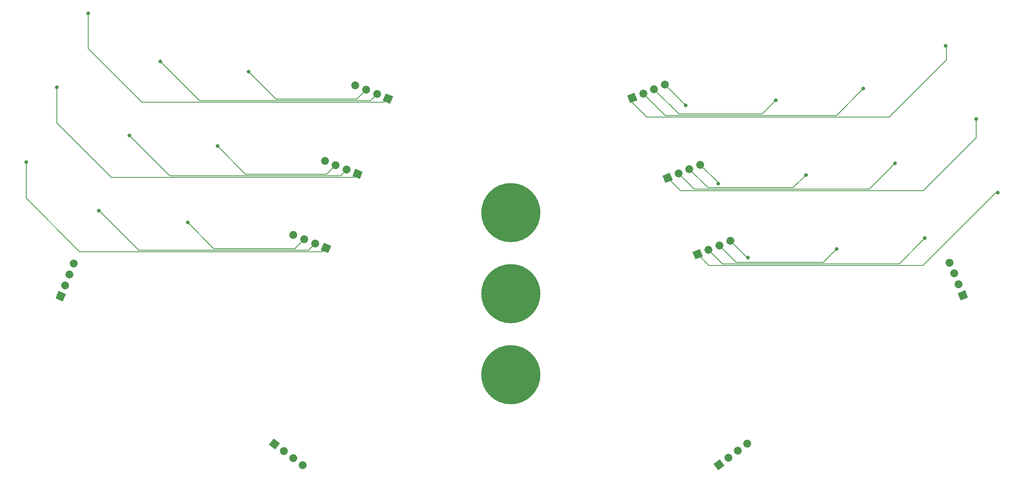
<source format=gbr>
G04 #@! TF.GenerationSoftware,KiCad,Pcbnew,(5.1.4)-1*
G04 #@! TF.CreationDate,2024-04-24T20:53:08-04:00*
G04 #@! TF.ProjectId,ThumbsUp,5468756d-6273-4557-902e-6b696361645f,rev?*
G04 #@! TF.SameCoordinates,Original*
G04 #@! TF.FileFunction,Copper,L1,Top*
G04 #@! TF.FilePolarity,Positive*
%FSLAX46Y46*%
G04 Gerber Fmt 4.6, Leading zero omitted, Abs format (unit mm)*
G04 Created by KiCad (PCBNEW (5.1.4)-1) date 2024-04-24 20:53:08*
%MOMM*%
%LPD*%
G04 APERTURE LIST*
%ADD10C,0.900000*%
%ADD11C,12.800000*%
%ADD12C,1.700000*%
%ADD13C,1.700000*%
%ADD14C,0.100000*%
%ADD15C,0.800000*%
%ADD16C,0.200000*%
G04 APERTURE END LIST*
D10*
X141680888Y-305505887D03*
X140275001Y-308900000D03*
X141680888Y-312294113D03*
X145075001Y-313700000D03*
X148469114Y-312294113D03*
X149875001Y-308900000D03*
X148469114Y-305505887D03*
X145075001Y-304100000D03*
D11*
X145075001Y-308900000D03*
D10*
X141680888Y-323005887D03*
X140275001Y-326400000D03*
X141680888Y-329794113D03*
X145075001Y-331200000D03*
X148469114Y-329794113D03*
X149875001Y-326400000D03*
X148469114Y-323005887D03*
X145075001Y-321600000D03*
D11*
X145075001Y-326400000D03*
D10*
X141680888Y-340505887D03*
X140275001Y-343900000D03*
X141680888Y-347294113D03*
X145075001Y-348700000D03*
X148469114Y-347294113D03*
X149875001Y-343900000D03*
X148469114Y-340505887D03*
X145075001Y-339100000D03*
D11*
X145075001Y-343900000D03*
D12*
X50738582Y-319865879D03*
D13*
X50738582Y-319865879D02*
X50738582Y-319865879D01*
D12*
X49787081Y-322220926D03*
D13*
X49787081Y-322220926D02*
X49787081Y-322220926D01*
D12*
X48835581Y-324575973D03*
D13*
X48835581Y-324575973D02*
X48835581Y-324575973D01*
D12*
X47884080Y-326931020D03*
D14*
G36*
X48990602Y-326461329D02*
G01*
X48353771Y-328037542D01*
X46777558Y-327400711D01*
X47414389Y-325824498D01*
X48990602Y-326461329D01*
X48990602Y-326461329D01*
G37*
D12*
X185450000Y-317850000D03*
D14*
G36*
X186556522Y-318319691D02*
G01*
X184980309Y-318956522D01*
X184343478Y-317380309D01*
X185919691Y-316743478D01*
X186556522Y-318319691D01*
X186556522Y-318319691D01*
G37*
D12*
X187805047Y-316898499D03*
D13*
X187805047Y-316898499D02*
X187805047Y-316898499D01*
D12*
X190160094Y-315946999D03*
D13*
X190160094Y-315946999D02*
X190160094Y-315946999D01*
D12*
X192515141Y-314995498D03*
D13*
X192515141Y-314995498D02*
X192515141Y-314995498D01*
D12*
X239872978Y-319665219D03*
D13*
X239872978Y-319665219D02*
X239872978Y-319665219D01*
D12*
X240824479Y-322020266D03*
D13*
X240824479Y-322020266D02*
X240824479Y-322020266D01*
D12*
X241775979Y-324375313D03*
D13*
X241775979Y-324375313D02*
X241775979Y-324375313D01*
D12*
X242727480Y-326730360D03*
D14*
G36*
X243197171Y-325623838D02*
G01*
X243834002Y-327200051D01*
X242257789Y-327836882D01*
X241620958Y-326260669D01*
X243197171Y-325623838D01*
X243197171Y-325623838D01*
G37*
D12*
X178400721Y-281197898D03*
D13*
X178400721Y-281197898D02*
X178400721Y-281197898D01*
D12*
X176045674Y-282149399D03*
D13*
X176045674Y-282149399D02*
X176045674Y-282149399D01*
D12*
X173690627Y-283100899D03*
D13*
X173690627Y-283100899D02*
X173690627Y-283100899D01*
D12*
X171335580Y-284052400D03*
D14*
G36*
X172442102Y-284522091D02*
G01*
X170865889Y-285158922D01*
X170229058Y-283582709D01*
X171805271Y-282945878D01*
X172442102Y-284522091D01*
X172442102Y-284522091D01*
G37*
D12*
X186015141Y-298495498D03*
D13*
X186015141Y-298495498D02*
X186015141Y-298495498D01*
D12*
X183660094Y-299446999D03*
D13*
X183660094Y-299446999D02*
X183660094Y-299446999D01*
D12*
X181305047Y-300398499D03*
D13*
X181305047Y-300398499D02*
X181305047Y-300398499D01*
D12*
X178950000Y-301350000D03*
D14*
G36*
X180056522Y-301819691D02*
G01*
X178480309Y-302456522D01*
X177843478Y-300880309D01*
X179419691Y-300243478D01*
X180056522Y-301819691D01*
X180056522Y-301819691D01*
G37*
D12*
X98120102Y-313645498D03*
D13*
X98120102Y-313645498D02*
X98120102Y-313645498D01*
D12*
X100475149Y-314596999D03*
D13*
X100475149Y-314596999D02*
X100475149Y-314596999D01*
D12*
X102830196Y-315548499D03*
D13*
X102830196Y-315548499D02*
X102830196Y-315548499D01*
D12*
X105185243Y-316500000D03*
D14*
G36*
X104715552Y-315393478D02*
G01*
X106291765Y-316030309D01*
X105654934Y-317606522D01*
X104078721Y-316969691D01*
X104715552Y-315393478D01*
X104715552Y-315393478D01*
G37*
D12*
X112000000Y-300500000D03*
D14*
G36*
X111530309Y-299393478D02*
G01*
X113106522Y-300030309D01*
X112469691Y-301606522D01*
X110893478Y-300969691D01*
X111530309Y-299393478D01*
X111530309Y-299393478D01*
G37*
D12*
X109644953Y-299548499D03*
D13*
X109644953Y-299548499D02*
X109644953Y-299548499D01*
D12*
X107289906Y-298596999D03*
D13*
X107289906Y-298596999D02*
X107289906Y-298596999D01*
D12*
X104934859Y-297645498D03*
D13*
X104934859Y-297645498D02*
X104934859Y-297645498D01*
D12*
X111492437Y-281339332D03*
D13*
X111492437Y-281339332D02*
X111492437Y-281339332D01*
D12*
X113847484Y-282290833D03*
D13*
X113847484Y-282290833D02*
X113847484Y-282290833D01*
D12*
X116202531Y-283242333D03*
D13*
X116202531Y-283242333D02*
X116202531Y-283242333D01*
D12*
X118557578Y-284193834D03*
D14*
G36*
X118087887Y-283087312D02*
G01*
X119664100Y-283724143D01*
X119027269Y-285300356D01*
X117451056Y-284663525D01*
X118087887Y-283087312D01*
X118087887Y-283087312D01*
G37*
D12*
X94083952Y-358862971D03*
D14*
G36*
X94251249Y-360053354D02*
G01*
X92893569Y-359030268D01*
X93916655Y-357672588D01*
X95274335Y-358695674D01*
X94251249Y-360053354D01*
X94251249Y-360053354D01*
G37*
D12*
X96112486Y-360391581D03*
D13*
X96112486Y-360391581D02*
X96112486Y-360391581D01*
D12*
X98141020Y-361920191D03*
D13*
X98141020Y-361920191D02*
X98141020Y-361920191D01*
D12*
X100169555Y-363448801D03*
D13*
X100169555Y-363448801D02*
X100169555Y-363448801D01*
D12*
X190058136Y-363387914D03*
D14*
G36*
X191248519Y-363555211D02*
G01*
X189890839Y-364578297D01*
X188867753Y-363220617D01*
X190225433Y-362197531D01*
X191248519Y-363555211D01*
X191248519Y-363555211D01*
G37*
D12*
X192086670Y-361859304D03*
D13*
X192086670Y-361859304D02*
X192086670Y-361859304D01*
D12*
X194115204Y-360330694D03*
D13*
X194115204Y-360330694D02*
X194115204Y-360330694D01*
D12*
X196143739Y-358802084D03*
D13*
X196143739Y-358802084D02*
X196143739Y-358802084D01*
D15*
X75300000Y-311000000D03*
X56150000Y-308400000D03*
X40450000Y-297900000D03*
X88450000Y-278350000D03*
X69450000Y-276200000D03*
X53800000Y-265750000D03*
X81750000Y-294500000D03*
X62700000Y-292150000D03*
X47050000Y-281800000D03*
X182900000Y-285700008D03*
X202300000Y-284550000D03*
X221250000Y-282050000D03*
X239000000Y-272800000D03*
X189900000Y-302600000D03*
X208850000Y-300700000D03*
X228100000Y-298200000D03*
X245600000Y-288600000D03*
X196300000Y-318600000D03*
X215450000Y-316750000D03*
X234500000Y-314400000D03*
X250300000Y-304500000D03*
D16*
X98422148Y-316650000D02*
X80950000Y-316650000D01*
X100475149Y-314596999D02*
X98422148Y-316650000D01*
X80950000Y-316650000D02*
X75300000Y-311000000D01*
X56549999Y-308799999D02*
X56150000Y-308400000D01*
X102830196Y-315548499D02*
X101401684Y-316977011D01*
X101401684Y-316977011D02*
X64727011Y-316977011D01*
X64727011Y-316977011D02*
X56549999Y-308799999D01*
X40450000Y-298465685D02*
X40450000Y-297900000D01*
X40450000Y-305750000D02*
X40450000Y-298465685D01*
X52004022Y-317304022D02*
X40450000Y-305750000D01*
X105185243Y-316500000D02*
X104381221Y-317304022D01*
X104381221Y-317304022D02*
X52004022Y-317304022D01*
X94400000Y-284300000D02*
X88450000Y-278350000D01*
X113847484Y-282290833D02*
X111838317Y-284300000D01*
X111838317Y-284300000D02*
X94400000Y-284300000D01*
X69849999Y-276599999D02*
X69450000Y-276200000D01*
X77877011Y-284627011D02*
X69849999Y-276599999D01*
X116202531Y-283242333D02*
X114817853Y-284627011D01*
X114817853Y-284627011D02*
X77877011Y-284627011D01*
X53800000Y-273350000D02*
X53800000Y-265750000D01*
X65450000Y-285000000D02*
X53800000Y-273350000D01*
X118557578Y-284193834D02*
X117751412Y-285000000D01*
X117751412Y-285000000D02*
X65450000Y-285000000D01*
X87800000Y-300550000D02*
X81750000Y-294500000D01*
X105336905Y-300550000D02*
X87800000Y-300550000D01*
X107289906Y-298596999D02*
X105336905Y-300550000D01*
X71427011Y-300877011D02*
X63099999Y-292549999D01*
X63099999Y-292549999D02*
X62700000Y-292150000D01*
X108316441Y-300877011D02*
X71427011Y-300877011D01*
X109644953Y-299548499D02*
X108316441Y-300877011D01*
X47050000Y-282365685D02*
X47050000Y-281800000D01*
X47050000Y-289450000D02*
X47050000Y-282365685D01*
X58823657Y-301223657D02*
X47050000Y-289450000D01*
X112000000Y-300500000D02*
X111276343Y-301223657D01*
X111276343Y-301223657D02*
X58823657Y-301223657D01*
X178400721Y-281197898D02*
X182900000Y-285697177D01*
X182900000Y-285697177D02*
X182900000Y-285700008D01*
X202300000Y-284600000D02*
X202300000Y-284550000D01*
X199372999Y-287527001D02*
X202300000Y-284600000D01*
X181399098Y-287527001D02*
X199372999Y-287527001D01*
X176045674Y-282149399D02*
X176045674Y-282173577D01*
X176045674Y-282173577D02*
X181399098Y-287527001D01*
X178443739Y-287854011D02*
X215445989Y-287854011D01*
X173690627Y-283100899D02*
X178443739Y-287854011D01*
X215445989Y-287854011D02*
X221250000Y-282050000D01*
X239150000Y-272950000D02*
X239000000Y-272800000D01*
X239150000Y-275800000D02*
X239150000Y-272950000D01*
X226768979Y-288181021D02*
X239150000Y-275800000D01*
X174447447Y-288181021D02*
X226768979Y-288181021D01*
X171335580Y-284052400D02*
X171335580Y-285069154D01*
X171335580Y-285069154D02*
X174447447Y-288181021D01*
X186015141Y-298495498D02*
X189900000Y-302380357D01*
X189900000Y-302380357D02*
X189900000Y-302600000D01*
X206100000Y-303450000D02*
X208850000Y-300700000D01*
X187650000Y-303450000D02*
X206100000Y-303450000D01*
X183660094Y-299446999D02*
X183660094Y-299460094D01*
X183660094Y-299460094D02*
X187650000Y-303450000D01*
X184706548Y-303800000D02*
X222500000Y-303800000D01*
X181305047Y-300398499D02*
X184706548Y-303800000D01*
X222500000Y-303800000D02*
X228100000Y-298200000D01*
X181727010Y-304127010D02*
X234172990Y-304127010D01*
X178950000Y-301350000D02*
X181727010Y-304127010D01*
X234172990Y-304127010D02*
X245600000Y-292700000D01*
X245600000Y-292700000D02*
X245600000Y-288600000D01*
X192515141Y-314995498D02*
X196119643Y-318600000D01*
X196119643Y-318600000D02*
X196300000Y-318600000D01*
X212600000Y-319600000D02*
X215450000Y-316750000D01*
X190160094Y-315946999D02*
X193813095Y-319600000D01*
X193813095Y-319600000D02*
X212600000Y-319600000D01*
X234100001Y-314799999D02*
X234500000Y-314400000D01*
X228972989Y-319927011D02*
X234100001Y-314799999D01*
X190833559Y-319927011D02*
X228972989Y-319927011D01*
X187805047Y-316898499D02*
X190833559Y-319927011D01*
X249850000Y-304500000D02*
X250300000Y-304500000D01*
X234095978Y-320254022D02*
X249850000Y-304500000D01*
X185450000Y-317850000D02*
X187854022Y-320254022D01*
X187854022Y-320254022D02*
X234095978Y-320254022D01*
M02*

</source>
